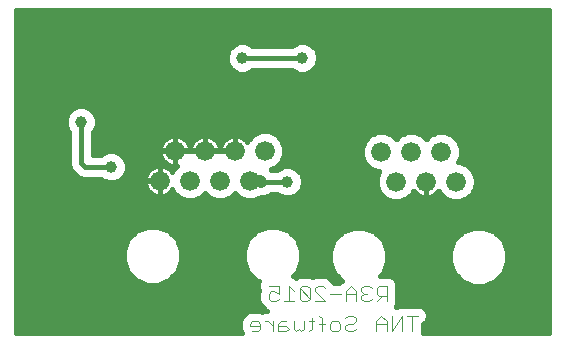
<source format=gbl>
G75*
%MOIN*%
%OFA0B0*%
%FSLAX24Y24*%
%IPPOS*%
%LPD*%
%AMOC8*
5,1,8,0,0,1.08239X$1,22.5*
%
%ADD10C,0.0040*%
%ADD11C,0.0660*%
%ADD12C,0.0160*%
%ADD13C,0.0396*%
%ADD14C,0.0400*%
D10*
X008316Y000721D02*
X008490Y000721D01*
X008576Y000808D01*
X008576Y000981D01*
X008490Y001068D01*
X008316Y001068D01*
X008229Y000981D01*
X008229Y000895D01*
X008576Y000895D01*
X008746Y001068D02*
X008832Y001068D01*
X009006Y000895D01*
X009175Y000895D02*
X009435Y000895D01*
X009522Y000808D01*
X009435Y000721D01*
X009175Y000721D01*
X009175Y000981D01*
X009261Y001068D01*
X009435Y001068D01*
X009690Y001068D02*
X009690Y000808D01*
X009777Y000721D01*
X009864Y000808D01*
X009950Y000721D01*
X010037Y000808D01*
X010037Y001068D01*
X010207Y001068D02*
X010381Y001068D01*
X010294Y001155D02*
X010294Y000808D01*
X010207Y000721D01*
X010638Y000721D02*
X010638Y001155D01*
X010551Y001242D01*
X010551Y000981D02*
X010725Y000981D01*
X010893Y000981D02*
X010893Y000808D01*
X010980Y000721D01*
X011154Y000721D01*
X011240Y000808D01*
X011240Y000981D01*
X011154Y001068D01*
X010980Y001068D01*
X010893Y000981D01*
X011409Y000895D02*
X011409Y000808D01*
X011496Y000721D01*
X011669Y000721D01*
X011756Y000808D01*
X011669Y000981D02*
X011496Y000981D01*
X011409Y000895D01*
X011669Y000981D02*
X011756Y001068D01*
X011756Y001155D01*
X011669Y001242D01*
X011496Y001242D01*
X011409Y001155D01*
X011432Y001721D02*
X011432Y002068D01*
X011606Y002242D01*
X011779Y002068D01*
X011779Y001721D01*
X011948Y001808D02*
X012035Y001721D01*
X012208Y001721D01*
X012295Y001808D01*
X012464Y001721D02*
X012637Y001895D01*
X012550Y001895D02*
X012811Y001895D01*
X012811Y001721D02*
X012811Y002242D01*
X012550Y002242D01*
X012464Y002155D01*
X012464Y001981D01*
X012550Y001895D01*
X012122Y001981D02*
X012035Y001981D01*
X011948Y001895D01*
X011948Y001808D01*
X012035Y001981D02*
X011948Y002068D01*
X011948Y002155D01*
X012035Y002242D01*
X012208Y002242D01*
X012295Y002155D01*
X011779Y001981D02*
X011432Y001981D01*
X011264Y001981D02*
X010917Y001981D01*
X010748Y002155D02*
X010661Y002242D01*
X010488Y002242D01*
X010401Y002155D01*
X010401Y002068D01*
X010748Y001721D01*
X010401Y001721D01*
X010233Y001808D02*
X009886Y002155D01*
X009886Y001808D01*
X009972Y001721D01*
X010146Y001721D01*
X010233Y001808D01*
X010233Y002155D01*
X010146Y002242D01*
X009972Y002242D01*
X009886Y002155D01*
X009717Y002068D02*
X009543Y002242D01*
X009543Y001721D01*
X009370Y001721D02*
X009717Y001721D01*
X009201Y001808D02*
X009114Y001721D01*
X008941Y001721D01*
X008854Y001808D01*
X008854Y001981D01*
X008941Y002068D01*
X009028Y002068D01*
X009201Y001981D01*
X009201Y002242D01*
X008854Y002242D01*
X009006Y001068D02*
X009006Y000721D01*
X012440Y000721D02*
X012440Y001068D01*
X012614Y001242D01*
X012787Y001068D01*
X012787Y000721D01*
X012956Y000721D02*
X012956Y001242D01*
X013303Y001242D02*
X012956Y000721D01*
X013303Y000721D02*
X013303Y001242D01*
X013472Y001242D02*
X013819Y001242D01*
X013645Y001242D02*
X013645Y000721D01*
X012787Y000981D02*
X012440Y000981D01*
D11*
X013106Y005711D03*
X014106Y005711D03*
X015106Y005711D03*
X014606Y006711D03*
X013606Y006711D03*
X012606Y006711D03*
X008731Y006745D03*
X007731Y006745D03*
X006731Y006745D03*
X005731Y006745D03*
X005231Y005745D03*
X006231Y005745D03*
X007231Y005745D03*
X008231Y005745D03*
D12*
X000430Y000656D02*
X000430Y011433D01*
X018215Y011433D01*
X018215Y000656D01*
X013985Y000656D01*
X013985Y000942D01*
X014011Y000953D01*
X014107Y001049D01*
X014159Y001174D01*
X014159Y001309D01*
X014107Y001434D01*
X014011Y001530D01*
X013886Y001582D01*
X013404Y001582D01*
X013387Y001575D01*
X013371Y001582D01*
X013336Y001582D01*
X013303Y001588D01*
X013269Y001582D01*
X013235Y001582D01*
X013204Y001568D01*
X013170Y001562D01*
X013142Y001543D01*
X013129Y001538D01*
X013107Y001547D01*
X013151Y001653D01*
X013151Y002309D01*
X013099Y002434D01*
X013003Y002530D01*
X012878Y002582D01*
X012584Y002582D01*
X012670Y002667D01*
X012816Y003020D01*
X012816Y003402D01*
X012670Y003755D01*
X012400Y004025D01*
X012047Y004171D01*
X011665Y004171D01*
X011312Y004025D01*
X011042Y003755D01*
X010896Y003402D01*
X010896Y003020D01*
X011042Y002667D01*
X011297Y002413D01*
X011240Y002356D01*
X011205Y002321D01*
X011047Y002321D01*
X011036Y002347D01*
X010950Y002434D01*
X010947Y002437D01*
X010854Y002530D01*
X010834Y002538D01*
X010729Y002582D01*
X010420Y002582D01*
X010317Y002539D01*
X010315Y002539D01*
X010213Y002582D01*
X009905Y002582D01*
X009780Y002530D01*
X009758Y002508D01*
X009736Y002530D01*
X009656Y002563D01*
X009795Y002702D01*
X009941Y003054D01*
X009941Y003436D01*
X009795Y003789D01*
X009525Y004059D01*
X009172Y004205D01*
X008790Y004205D01*
X008437Y004059D01*
X008167Y003789D01*
X008021Y003436D01*
X008021Y003054D01*
X008167Y002702D01*
X008437Y002431D01*
X008546Y002386D01*
X008514Y002309D01*
X008514Y002174D01*
X008540Y002111D01*
X008514Y002049D01*
X008514Y001740D01*
X008558Y001635D01*
X008566Y001615D01*
X008659Y001523D01*
X008662Y001520D01*
X008747Y001434D01*
X008748Y001433D01*
X008748Y001433D01*
X008799Y001412D01*
X008808Y001408D01*
X008678Y001408D01*
X008618Y001383D01*
X008557Y001408D01*
X008248Y001408D01*
X008123Y001356D01*
X008037Y001270D01*
X007941Y001174D01*
X007889Y001049D01*
X007889Y000827D01*
X007941Y000702D01*
X007976Y000667D01*
X007976Y000656D01*
X000430Y000656D01*
X000430Y000811D02*
X007896Y000811D01*
X007889Y000970D02*
X000430Y000970D01*
X000430Y001128D02*
X007922Y001128D01*
X008054Y001287D02*
X000430Y001287D01*
X000430Y001445D02*
X008736Y001445D01*
X008748Y001433D02*
X008748Y001433D01*
X008662Y001520D02*
X008662Y001520D01*
X008577Y001604D02*
X000430Y001604D01*
X000430Y001762D02*
X008514Y001762D01*
X008566Y001615D02*
X008566Y001615D01*
X008566Y001615D01*
X008514Y001921D02*
X000430Y001921D01*
X000430Y002079D02*
X008527Y002079D01*
X008514Y002238D02*
X000430Y002238D01*
X000430Y002396D02*
X004522Y002396D01*
X004437Y002431D02*
X004790Y002285D01*
X005172Y002285D01*
X005525Y002431D01*
X005795Y002702D01*
X005941Y003054D01*
X005941Y003436D01*
X005795Y003789D01*
X005525Y004059D01*
X005172Y004205D01*
X004790Y004205D01*
X004437Y004059D01*
X004167Y003789D01*
X004021Y003436D01*
X004021Y003054D01*
X004167Y002702D01*
X004437Y002431D01*
X004314Y002555D02*
X000430Y002555D01*
X000430Y002713D02*
X004162Y002713D01*
X004097Y002872D02*
X000430Y002872D01*
X000430Y003030D02*
X004031Y003030D01*
X004021Y003189D02*
X000430Y003189D01*
X000430Y003347D02*
X004021Y003347D01*
X004050Y003506D02*
X000430Y003506D01*
X000430Y003664D02*
X004116Y003664D01*
X004201Y003823D02*
X000430Y003823D01*
X000430Y003981D02*
X004360Y003981D01*
X004632Y004140D02*
X000430Y004140D01*
X000430Y004298D02*
X018215Y004298D01*
X018215Y004140D02*
X016122Y004140D01*
X016047Y004171D02*
X016400Y004025D01*
X016670Y003755D01*
X016816Y003402D01*
X016816Y003020D01*
X016670Y002667D01*
X016400Y002397D01*
X016047Y002251D01*
X015665Y002251D01*
X015312Y002397D01*
X015042Y002667D01*
X014896Y003020D01*
X014896Y003402D01*
X015042Y003755D01*
X015312Y004025D01*
X015665Y004171D01*
X016047Y004171D01*
X016443Y003981D02*
X018215Y003981D01*
X018215Y003823D02*
X016602Y003823D01*
X016707Y003664D02*
X018215Y003664D01*
X018215Y003506D02*
X016773Y003506D01*
X016816Y003347D02*
X018215Y003347D01*
X018215Y003189D02*
X016816Y003189D01*
X016816Y003030D02*
X018215Y003030D01*
X018215Y002872D02*
X016755Y002872D01*
X016689Y002713D02*
X018215Y002713D01*
X018215Y002555D02*
X016558Y002555D01*
X016398Y002396D02*
X018215Y002396D01*
X018215Y002238D02*
X013151Y002238D01*
X013151Y002079D02*
X018215Y002079D01*
X018215Y001921D02*
X013151Y001921D01*
X013151Y001762D02*
X018215Y001762D01*
X018215Y001604D02*
X013130Y001604D01*
X014096Y001445D02*
X018215Y001445D01*
X018215Y001287D02*
X014159Y001287D01*
X014140Y001128D02*
X018215Y001128D01*
X018215Y000970D02*
X014028Y000970D01*
X013985Y000811D02*
X018215Y000811D01*
X015314Y002396D02*
X013115Y002396D01*
X012943Y002555D02*
X015155Y002555D01*
X015023Y002713D02*
X012689Y002713D01*
X012755Y002872D02*
X014958Y002872D01*
X014896Y003030D02*
X012816Y003030D01*
X012816Y003189D02*
X014896Y003189D01*
X014896Y003347D02*
X012816Y003347D01*
X012773Y003506D02*
X014939Y003506D01*
X015005Y003664D02*
X012707Y003664D01*
X012602Y003823D02*
X015111Y003823D01*
X015269Y003981D02*
X012443Y003981D01*
X012122Y004140D02*
X015590Y004140D01*
X015235Y005061D02*
X014977Y005061D01*
X014738Y005160D01*
X014555Y005343D01*
X014524Y005418D01*
X014495Y005379D01*
X014438Y005322D01*
X014373Y005275D01*
X014302Y005238D01*
X014226Y005213D01*
X014146Y005201D01*
X014115Y005201D01*
X014115Y005702D01*
X014098Y005702D01*
X014098Y005201D01*
X014066Y005201D01*
X013987Y005213D01*
X013910Y005238D01*
X013839Y005275D01*
X013774Y005322D01*
X013717Y005379D01*
X013688Y005418D01*
X013657Y005343D01*
X013474Y005160D01*
X013235Y005061D01*
X012977Y005061D01*
X012738Y005160D01*
X012555Y005343D01*
X012456Y005582D01*
X012456Y005840D01*
X012548Y006061D01*
X012477Y006061D01*
X012238Y006160D01*
X012055Y006343D01*
X011956Y006582D01*
X011956Y006840D01*
X012055Y007079D01*
X012238Y007262D01*
X012477Y007361D01*
X012735Y007361D01*
X012974Y007262D01*
X013106Y007130D01*
X013238Y007262D01*
X013477Y007361D01*
X013735Y007361D01*
X013974Y007262D01*
X014106Y007130D01*
X014238Y007262D01*
X014477Y007361D01*
X014735Y007361D01*
X014974Y007262D01*
X015157Y007079D01*
X015256Y006840D01*
X015256Y006582D01*
X015165Y006361D01*
X015235Y006361D01*
X015474Y006262D01*
X015657Y006079D01*
X015756Y005840D01*
X015756Y005582D01*
X015657Y005343D01*
X015474Y005160D01*
X015235Y005061D01*
X015308Y005091D02*
X018215Y005091D01*
X018215Y005249D02*
X015564Y005249D01*
X015684Y005408D02*
X018215Y005408D01*
X018215Y005566D02*
X015750Y005566D01*
X015756Y005725D02*
X018215Y005725D01*
X018215Y005883D02*
X015738Y005883D01*
X015673Y006042D02*
X018215Y006042D01*
X018215Y006200D02*
X015536Y006200D01*
X015240Y006359D02*
X018215Y006359D01*
X018215Y006517D02*
X015230Y006517D01*
X015256Y006676D02*
X018215Y006676D01*
X018215Y006834D02*
X015256Y006834D01*
X015193Y006993D02*
X018215Y006993D01*
X018215Y007151D02*
X015085Y007151D01*
X014859Y007310D02*
X018215Y007310D01*
X018215Y007468D02*
X003067Y007468D01*
X003045Y007417D02*
X003006Y007378D01*
X003006Y006611D01*
X003273Y006611D01*
X003313Y006650D01*
X003503Y006729D01*
X003709Y006729D01*
X003900Y006650D01*
X004045Y006504D01*
X004124Y006314D01*
X004124Y006108D01*
X004045Y005917D01*
X003900Y005772D01*
X003709Y005693D01*
X003503Y005693D01*
X003313Y005772D01*
X003273Y005811D01*
X002652Y005811D01*
X002505Y005872D01*
X002380Y005997D01*
X002267Y006109D01*
X002206Y006256D01*
X002206Y007378D01*
X002167Y007417D01*
X002088Y007608D01*
X002088Y007814D01*
X002167Y008004D01*
X002313Y008150D01*
X002503Y008229D01*
X002709Y008229D01*
X002900Y008150D01*
X003045Y008004D01*
X003124Y007814D01*
X003124Y007608D01*
X003045Y007417D01*
X003006Y007310D02*
X008396Y007310D01*
X008363Y007296D02*
X008180Y007114D01*
X008149Y007038D01*
X008120Y007078D01*
X008063Y007134D01*
X007998Y007182D01*
X007927Y007218D01*
X007851Y007243D01*
X007771Y007255D01*
X007740Y007255D01*
X007740Y006754D01*
X007723Y006754D01*
X007723Y007255D01*
X007691Y007255D01*
X007612Y007243D01*
X007535Y007218D01*
X007464Y007182D01*
X007399Y007134D01*
X007342Y007078D01*
X007295Y007013D01*
X007259Y006941D01*
X007234Y006865D01*
X007231Y006849D01*
X007229Y006865D01*
X007204Y006941D01*
X007167Y007013D01*
X007120Y007078D01*
X007063Y007134D01*
X006998Y007182D01*
X006927Y007218D01*
X006851Y007243D01*
X006771Y007255D01*
X006740Y007255D01*
X006740Y006754D01*
X007723Y006754D01*
X007723Y006737D01*
X007221Y006737D01*
X006740Y006737D01*
X006740Y006754D01*
X006723Y006754D01*
X006723Y007255D01*
X006691Y007255D01*
X006612Y007243D01*
X006535Y007218D01*
X006464Y007182D01*
X006399Y007134D01*
X006342Y007078D01*
X006295Y007013D01*
X006259Y006941D01*
X006234Y006865D01*
X006231Y006849D01*
X006229Y006865D01*
X006204Y006941D01*
X006167Y007013D01*
X006120Y007078D01*
X006063Y007134D01*
X005998Y007182D01*
X005927Y007218D01*
X005851Y007243D01*
X005771Y007255D01*
X005740Y007255D01*
X005740Y006754D01*
X006241Y006754D01*
X006723Y006754D01*
X006723Y006737D01*
X005740Y006737D01*
X005740Y006754D01*
X005723Y006754D01*
X005723Y007255D01*
X005691Y007255D01*
X005612Y007243D01*
X005535Y007218D01*
X005464Y007182D01*
X005399Y007134D01*
X005342Y007078D01*
X005295Y007013D01*
X005259Y006941D01*
X005234Y006865D01*
X005221Y006785D01*
X005221Y006754D01*
X005723Y006754D01*
X005723Y006737D01*
X005740Y006737D01*
X005740Y006235D01*
X005771Y006235D01*
X005808Y006241D01*
X005680Y006114D01*
X005649Y006038D01*
X005620Y006078D01*
X005563Y006134D01*
X005498Y006182D01*
X005427Y006218D01*
X005351Y006243D01*
X005271Y006255D01*
X005240Y006255D01*
X005240Y005754D01*
X005223Y005754D01*
X005223Y006255D01*
X005191Y006255D01*
X005112Y006243D01*
X005035Y006218D01*
X004964Y006182D01*
X004899Y006134D01*
X004842Y006078D01*
X004795Y006013D01*
X004759Y005941D01*
X004734Y005865D01*
X004721Y005785D01*
X004721Y005754D01*
X005223Y005754D01*
X005223Y005737D01*
X005240Y005737D01*
X005240Y005235D01*
X005271Y005235D01*
X005351Y005248D01*
X005427Y005273D01*
X005498Y005309D01*
X005563Y005356D01*
X005620Y005413D01*
X005649Y005453D01*
X005680Y005377D01*
X005863Y005194D01*
X006102Y005095D01*
X006360Y005095D01*
X006599Y005194D01*
X006731Y005326D01*
X006863Y005194D01*
X007102Y005095D01*
X007360Y005095D01*
X007599Y005194D01*
X007731Y005326D01*
X007863Y005194D01*
X008102Y005095D01*
X008360Y005095D01*
X008591Y005191D01*
X008710Y005191D01*
X008901Y005270D01*
X008942Y005311D01*
X009148Y005311D01*
X009188Y005272D01*
X009378Y005193D01*
X009584Y005193D01*
X009775Y005272D01*
X009920Y005417D01*
X009999Y005608D01*
X009999Y005814D01*
X009920Y006004D01*
X009775Y006150D01*
X009584Y006229D01*
X009378Y006229D01*
X009188Y006150D01*
X009148Y006111D01*
X008942Y006111D01*
X008929Y006124D01*
X009099Y006194D01*
X009282Y006377D01*
X009381Y006616D01*
X009381Y006875D01*
X009282Y007114D01*
X009099Y007296D01*
X008860Y007395D01*
X008602Y007395D01*
X008363Y007296D01*
X008218Y007151D02*
X008040Y007151D01*
X007740Y007151D02*
X007723Y007151D01*
X007723Y006993D02*
X007740Y006993D01*
X007723Y006834D02*
X007740Y006834D01*
X007422Y007151D02*
X007040Y007151D01*
X007177Y006993D02*
X007285Y006993D01*
X006740Y006993D02*
X006723Y006993D01*
X006723Y007151D02*
X006740Y007151D01*
X006723Y006834D02*
X006740Y006834D01*
X006422Y007151D02*
X006040Y007151D01*
X006177Y006993D02*
X006285Y006993D01*
X005740Y006993D02*
X005723Y006993D01*
X005723Y007151D02*
X005740Y007151D01*
X005422Y007151D02*
X003006Y007151D01*
X003006Y006993D02*
X005285Y006993D01*
X005229Y006834D02*
X003006Y006834D01*
X003006Y006676D02*
X003375Y006676D01*
X003837Y006676D02*
X005226Y006676D01*
X005221Y006705D02*
X005234Y006626D01*
X005259Y006550D01*
X005295Y006478D01*
X005342Y006413D01*
X005399Y006356D01*
X005464Y006309D01*
X005535Y006273D01*
X005612Y006248D01*
X005691Y006235D01*
X005723Y006235D01*
X005723Y006737D01*
X005221Y006737D01*
X005221Y006705D01*
X005275Y006517D02*
X004032Y006517D01*
X004106Y006359D02*
X005396Y006359D01*
X005461Y006200D02*
X005767Y006200D01*
X005650Y006042D02*
X005646Y006042D01*
X005240Y006042D02*
X005223Y006042D01*
X005223Y005883D02*
X005240Y005883D01*
X005223Y005737D02*
X004721Y005737D01*
X004721Y005705D01*
X004734Y005626D01*
X004759Y005550D01*
X004795Y005478D01*
X004842Y005413D01*
X004899Y005356D01*
X004964Y005309D01*
X005035Y005273D01*
X005112Y005248D01*
X005191Y005235D01*
X005223Y005235D01*
X005223Y005737D01*
X005223Y005725D02*
X005240Y005725D01*
X005223Y005566D02*
X005240Y005566D01*
X005223Y005408D02*
X005240Y005408D01*
X005223Y005249D02*
X005240Y005249D01*
X005355Y005249D02*
X005808Y005249D01*
X005667Y005408D02*
X005615Y005408D01*
X005107Y005249D02*
X000430Y005249D01*
X000430Y005091D02*
X012904Y005091D01*
X013308Y005091D02*
X014904Y005091D01*
X014648Y005249D02*
X014324Y005249D01*
X014115Y005249D02*
X014098Y005249D01*
X014098Y005408D02*
X014115Y005408D01*
X014098Y005566D02*
X014115Y005566D01*
X013889Y005249D02*
X013564Y005249D01*
X013684Y005408D02*
X013696Y005408D01*
X014516Y005408D02*
X014528Y005408D01*
X012648Y005249D02*
X009721Y005249D01*
X009911Y005408D02*
X012528Y005408D01*
X012462Y005566D02*
X009982Y005566D01*
X009999Y005725D02*
X012456Y005725D01*
X012474Y005883D02*
X009971Y005883D01*
X009883Y006042D02*
X012540Y006042D01*
X012197Y006200D02*
X009653Y006200D01*
X009309Y006200D02*
X009105Y006200D01*
X009264Y006359D02*
X012048Y006359D01*
X011983Y006517D02*
X009340Y006517D01*
X009381Y006676D02*
X011956Y006676D01*
X011956Y006834D02*
X009381Y006834D01*
X009332Y006993D02*
X012019Y006993D01*
X012127Y007151D02*
X009244Y007151D01*
X009067Y007310D02*
X012354Y007310D01*
X012859Y007310D02*
X013354Y007310D01*
X013127Y007151D02*
X013085Y007151D01*
X013859Y007310D02*
X014354Y007310D01*
X014127Y007151D02*
X014085Y007151D01*
X010420Y009542D02*
X010275Y009397D01*
X010084Y009318D01*
X009878Y009318D01*
X009688Y009397D01*
X009648Y009436D01*
X008314Y009436D01*
X008275Y009397D01*
X008084Y009318D01*
X007878Y009318D01*
X007688Y009397D01*
X007542Y009542D01*
X007463Y009733D01*
X007463Y009939D01*
X007542Y010129D01*
X007688Y010275D01*
X007878Y010354D01*
X008084Y010354D01*
X008275Y010275D01*
X008314Y010236D01*
X009648Y010236D01*
X009688Y010275D01*
X009878Y010354D01*
X010084Y010354D01*
X010275Y010275D01*
X010420Y010129D01*
X010499Y009939D01*
X010499Y009733D01*
X010420Y009542D01*
X010407Y009529D02*
X018215Y009529D01*
X018215Y009687D02*
X010480Y009687D01*
X010499Y009846D02*
X018215Y009846D01*
X018215Y010004D02*
X010472Y010004D01*
X010387Y010163D02*
X018215Y010163D01*
X018215Y010321D02*
X010163Y010321D01*
X009799Y010321D02*
X008163Y010321D01*
X007799Y010321D02*
X000430Y010321D01*
X000430Y010163D02*
X007575Y010163D01*
X007490Y010004D02*
X000430Y010004D01*
X000430Y009846D02*
X007463Y009846D01*
X007482Y009687D02*
X000430Y009687D01*
X000430Y009529D02*
X007555Y009529D01*
X007751Y009370D02*
X000430Y009370D01*
X000430Y009212D02*
X018215Y009212D01*
X018215Y009053D02*
X000430Y009053D01*
X000430Y008895D02*
X018215Y008895D01*
X018215Y008736D02*
X000430Y008736D01*
X000430Y008578D02*
X018215Y008578D01*
X018215Y008419D02*
X000430Y008419D01*
X000430Y008261D02*
X018215Y008261D01*
X018215Y008102D02*
X002947Y008102D01*
X003070Y007944D02*
X018215Y007944D01*
X018215Y007785D02*
X003124Y007785D01*
X003124Y007627D02*
X018215Y007627D01*
X018215Y009370D02*
X010211Y009370D01*
X009751Y009370D02*
X008211Y009370D01*
X007981Y009836D02*
X009981Y009836D01*
X005740Y006834D02*
X005723Y006834D01*
X005723Y006676D02*
X005740Y006676D01*
X005723Y006517D02*
X005740Y006517D01*
X005723Y006359D02*
X005740Y006359D01*
X005240Y006200D02*
X005223Y006200D01*
X005001Y006200D02*
X004124Y006200D01*
X004097Y006042D02*
X004816Y006042D01*
X004740Y005883D02*
X004011Y005883D01*
X003787Y005725D02*
X004721Y005725D01*
X004753Y005566D02*
X000430Y005566D01*
X000430Y005408D02*
X004847Y005408D01*
X003426Y005725D02*
X000430Y005725D01*
X000430Y005883D02*
X002493Y005883D01*
X002334Y006042D02*
X000430Y006042D01*
X000430Y006200D02*
X002229Y006200D01*
X002206Y006359D02*
X000430Y006359D01*
X000430Y006517D02*
X002206Y006517D01*
X002206Y006676D02*
X000430Y006676D01*
X000430Y006834D02*
X002206Y006834D01*
X002206Y006993D02*
X000430Y006993D01*
X000430Y007151D02*
X002206Y007151D01*
X002206Y007310D02*
X000430Y007310D01*
X000430Y007468D02*
X002146Y007468D01*
X002088Y007627D02*
X000430Y007627D01*
X000430Y007785D02*
X002088Y007785D01*
X002142Y007944D02*
X000430Y007944D01*
X000430Y008102D02*
X002265Y008102D01*
X002606Y007711D02*
X002606Y006336D01*
X002731Y006211D01*
X003606Y006211D01*
X006654Y005249D02*
X006808Y005249D01*
X007654Y005249D02*
X007808Y005249D01*
X008606Y005711D02*
X009481Y005711D01*
X009241Y005249D02*
X008851Y005249D01*
X008632Y004140D02*
X005330Y004140D01*
X005603Y003981D02*
X008360Y003981D01*
X008201Y003823D02*
X005761Y003823D01*
X005847Y003664D02*
X008116Y003664D01*
X008050Y003506D02*
X005912Y003506D01*
X005941Y003347D02*
X008021Y003347D01*
X008021Y003189D02*
X005941Y003189D01*
X005931Y003030D02*
X008031Y003030D01*
X008097Y002872D02*
X005866Y002872D01*
X005800Y002713D02*
X008162Y002713D01*
X008314Y002555D02*
X005648Y002555D01*
X005440Y002396D02*
X008522Y002396D01*
X009675Y002555D02*
X009840Y002555D01*
X009800Y002713D02*
X011023Y002713D01*
X010958Y002872D02*
X009866Y002872D01*
X009931Y003030D02*
X010896Y003030D01*
X010896Y003189D02*
X009941Y003189D01*
X009941Y003347D02*
X010896Y003347D01*
X010939Y003506D02*
X009912Y003506D01*
X009847Y003664D02*
X011005Y003664D01*
X011111Y003823D02*
X009761Y003823D01*
X009603Y003981D02*
X011269Y003981D01*
X011590Y004140D02*
X009330Y004140D01*
X010278Y002555D02*
X010356Y002555D01*
X010793Y002555D02*
X011155Y002555D01*
X010854Y002530D02*
X010854Y002530D01*
X010854Y002530D01*
X010987Y002396D02*
X011280Y002396D01*
X018215Y004457D02*
X000430Y004457D01*
X000430Y004615D02*
X018215Y004615D01*
X018215Y004774D02*
X000430Y004774D01*
X000430Y004932D02*
X018215Y004932D01*
X018215Y010480D02*
X000430Y010480D01*
X000430Y010638D02*
X018215Y010638D01*
X018215Y010797D02*
X000430Y010797D01*
X000430Y010955D02*
X018215Y010955D01*
X018215Y011114D02*
X000430Y011114D01*
X000430Y011272D02*
X018215Y011272D01*
X018215Y011431D02*
X000430Y011431D01*
D13*
X002481Y011086D03*
X005481Y009711D03*
X007981Y009836D03*
X008106Y008961D03*
X009981Y009836D03*
X010981Y008836D03*
X009981Y007711D03*
X009481Y005711D03*
X003606Y006211D03*
X002606Y007711D03*
X009856Y011086D03*
X014481Y009461D03*
D14*
X008606Y005711D02*
X008572Y005745D01*
X008231Y005745D01*
M02*

</source>
